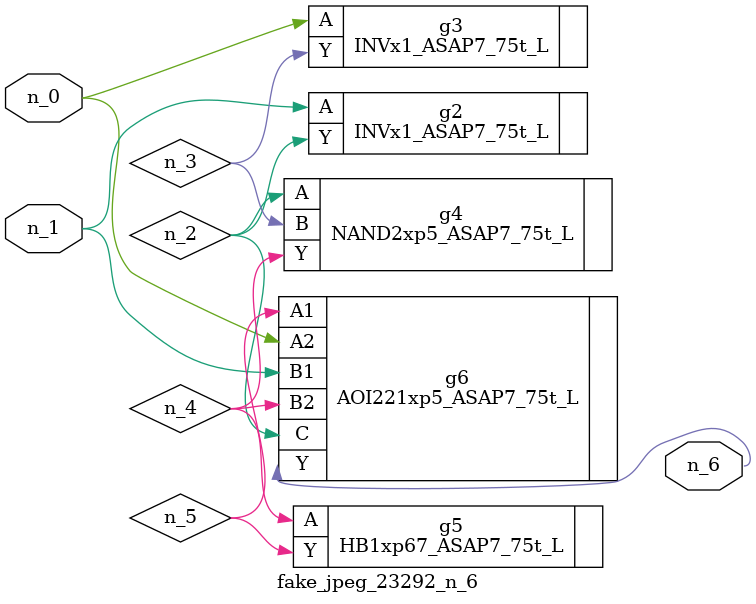
<source format=v>
module fake_jpeg_23292_n_6 (n_0, n_1, n_6);

input n_0;
input n_1;

output n_6;

wire n_3;
wire n_2;
wire n_4;
wire n_5;

INVx1_ASAP7_75t_L g2 ( 
.A(n_1),
.Y(n_2)
);

INVx1_ASAP7_75t_L g3 ( 
.A(n_0),
.Y(n_3)
);

NAND2xp5_ASAP7_75t_L g4 ( 
.A(n_2),
.B(n_3),
.Y(n_4)
);

HB1xp67_ASAP7_75t_L g5 ( 
.A(n_4),
.Y(n_5)
);

AOI221xp5_ASAP7_75t_L g6 ( 
.A1(n_5),
.A2(n_0),
.B1(n_1),
.B2(n_4),
.C(n_2),
.Y(n_6)
);


endmodule
</source>
